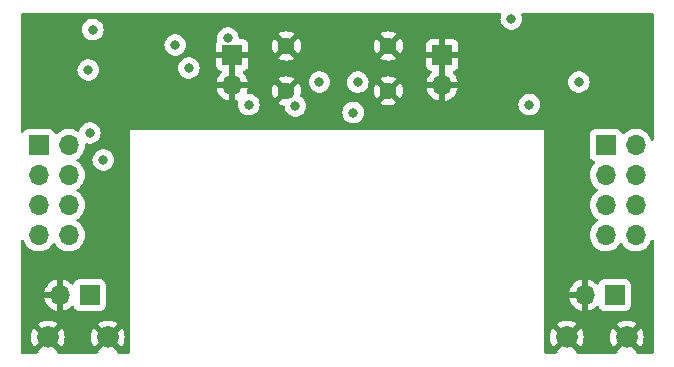
<source format=gbr>
%TF.GenerationSoftware,KiCad,Pcbnew,7.0.6-0*%
%TF.CreationDate,2023-07-20T20:41:53-06:00*%
%TF.ProjectId,Breadboard Power Supply,42726561-6462-46f6-9172-6420506f7765,v10*%
%TF.SameCoordinates,Original*%
%TF.FileFunction,Copper,L3,Inr*%
%TF.FilePolarity,Positive*%
%FSLAX46Y46*%
G04 Gerber Fmt 4.6, Leading zero omitted, Abs format (unit mm)*
G04 Created by KiCad (PCBNEW 7.0.6-0) date 2023-07-20 20:41:53*
%MOMM*%
%LPD*%
G01*
G04 APERTURE LIST*
%TA.AperFunction,ComponentPad*%
%ADD10R,1.700000X1.700000*%
%TD*%
%TA.AperFunction,ComponentPad*%
%ADD11O,1.700000X1.700000*%
%TD*%
%TA.AperFunction,ComponentPad*%
%ADD12C,1.450000*%
%TD*%
%TA.AperFunction,ComponentPad*%
%ADD13C,1.830000*%
%TD*%
%TA.AperFunction,ViaPad*%
%ADD14C,0.800000*%
%TD*%
G04 APERTURE END LIST*
D10*
%TO.N,+1V8*%
%TO.C,J4*%
X151003000Y-86360000D03*
D11*
%TO.N,/TOP_POWER_RAIL*%
X153543000Y-86360000D03*
%TO.N,+3.3V*%
X151003000Y-88900000D03*
%TO.N,/TOP_POWER_RAIL*%
X153543000Y-88900000D03*
%TO.N,+5V*%
X151003000Y-91440000D03*
%TO.N,/TOP_POWER_RAIL*%
X153543000Y-91440000D03*
%TO.N,VCC*%
X151003000Y-93980000D03*
%TO.N,/TOP_POWER_RAIL*%
X153543000Y-93980000D03*
%TD*%
D12*
%TO.N,GND*%
%TO.C,J1*%
X132592000Y-77974000D03*
X123952000Y-77974000D03*
X132592000Y-81774000D03*
X123952000Y-81774000D03*
%TD*%
D10*
%TO.N,/BOTTOM_POWER_RAIL*%
%TO.C,J5*%
X102997000Y-86360000D03*
D11*
%TO.N,+1V8*%
X105537000Y-86360000D03*
%TO.N,/BOTTOM_POWER_RAIL*%
X102997000Y-88900000D03*
%TO.N,+3.3V*%
X105537000Y-88900000D03*
%TO.N,/BOTTOM_POWER_RAIL*%
X102997000Y-91440000D03*
%TO.N,+5V*%
X105537000Y-91440000D03*
%TO.N,/BOTTOM_POWER_RAIL*%
X102997000Y-93980000D03*
%TO.N,VCC*%
X105537000Y-93980000D03*
%TD*%
D13*
%TO.N,GND*%
%TO.C,TP1*%
X103759000Y-102638000D03*
X108839000Y-102638000D03*
%TD*%
%TO.N,GND*%
%TO.C,TP4*%
X147701000Y-102638000D03*
X152781000Y-102638000D03*
%TD*%
D10*
%TO.N,GND*%
%TO.C,J10*%
X119380000Y-78740000D03*
D11*
X119380000Y-81280000D03*
%TD*%
D10*
%TO.N,/TOP_POWER_RAIL*%
%TO.C,J8*%
X151765000Y-99060000D03*
D11*
%TO.N,GND*%
X149225000Y-99060000D03*
%TD*%
D10*
%TO.N,GND*%
%TO.C,J11*%
X137160000Y-78740000D03*
D11*
X137160000Y-81280000D03*
%TD*%
D10*
%TO.N,/BOTTOM_POWER_RAIL*%
%TO.C,J9*%
X107315000Y-99060000D03*
D11*
%TO.N,GND*%
X104775000Y-99060000D03*
%TD*%
D14*
%TO.N,GND*%
X121539000Y-80899000D03*
X145542000Y-77701500D03*
X105537000Y-81915000D03*
X142367000Y-82296000D03*
X145415000Y-81130500D03*
X101981000Y-81407000D03*
X116840000Y-75645462D03*
X134493000Y-77724000D03*
X110045500Y-82867500D03*
%TO.N,+1V8*%
X143002000Y-75692000D03*
%TO.N,+5V*%
X118999000Y-77290498D03*
X107315000Y-85344000D03*
X148717000Y-81026000D03*
X124714000Y-83058000D03*
X107188000Y-80010000D03*
X144526000Y-82931000D03*
X130001171Y-81039428D03*
X107569000Y-76581000D03*
X126752000Y-81026000D03*
%TO.N,VCC*%
X120777000Y-82931000D03*
X108458000Y-87630000D03*
%TO.N,Net-(R10-Pad2)*%
X114551498Y-77892500D03*
X115697000Y-79841500D03*
%TO.N,Net-(U3-ADJ)*%
X129619502Y-83607500D03*
%TD*%
%TA.AperFunction,Conductor*%
%TO.N,GND*%
G36*
X119630000Y-80844498D02*
G01*
X119522315Y-80795320D01*
X119415763Y-80780000D01*
X119344237Y-80780000D01*
X119237685Y-80795320D01*
X119130000Y-80844498D01*
X119130000Y-79175501D01*
X119237685Y-79224680D01*
X119344237Y-79240000D01*
X119415763Y-79240000D01*
X119522315Y-79224680D01*
X119630000Y-79175501D01*
X119630000Y-80844498D01*
G37*
%TD.AperFunction*%
%TA.AperFunction,Conductor*%
G36*
X137410000Y-80844498D02*
G01*
X137302315Y-80795320D01*
X137195763Y-80780000D01*
X137124237Y-80780000D01*
X137017685Y-80795320D01*
X136910000Y-80844498D01*
X136910000Y-79175501D01*
X137017685Y-79224680D01*
X137124237Y-79240000D01*
X137195763Y-79240000D01*
X137302315Y-79224680D01*
X137410000Y-79175501D01*
X137410000Y-80844498D01*
G37*
%TD.AperFunction*%
%TA.AperFunction,Conductor*%
G36*
X142108011Y-75204185D02*
G01*
X142153766Y-75256989D01*
X142163710Y-75326147D01*
X142158903Y-75346818D01*
X142108458Y-75502072D01*
X142091560Y-75662843D01*
X142090546Y-75672500D01*
X142088496Y-75692000D01*
X142108458Y-75881928D01*
X142108459Y-75881931D01*
X142167470Y-76063549D01*
X142167473Y-76063556D01*
X142262960Y-76228944D01*
X142390747Y-76370866D01*
X142545248Y-76483118D01*
X142719712Y-76560794D01*
X142906513Y-76600500D01*
X143097487Y-76600500D01*
X143284288Y-76560794D01*
X143458752Y-76483118D01*
X143613253Y-76370866D01*
X143741040Y-76228944D01*
X143836527Y-76063556D01*
X143895542Y-75881928D01*
X143915504Y-75692000D01*
X143895542Y-75502072D01*
X143845097Y-75346818D01*
X143843102Y-75276977D01*
X143879182Y-75217144D01*
X143941883Y-75186316D01*
X143963028Y-75184500D01*
X154942500Y-75184500D01*
X155009539Y-75204185D01*
X155055294Y-75256989D01*
X155066500Y-75308500D01*
X155066500Y-85859932D01*
X155046815Y-85926971D01*
X154994011Y-85972726D01*
X154924853Y-85982670D01*
X154861297Y-85953645D01*
X154828944Y-85909742D01*
X154741859Y-85711207D01*
X154680291Y-85616970D01*
X154618722Y-85522732D01*
X154618719Y-85522729D01*
X154618715Y-85522723D01*
X154466243Y-85357097D01*
X154466238Y-85357092D01*
X154288577Y-85218812D01*
X154288572Y-85218808D01*
X154090580Y-85111661D01*
X154090577Y-85111659D01*
X154090574Y-85111658D01*
X154090571Y-85111657D01*
X154090569Y-85111656D01*
X153877637Y-85038556D01*
X153655569Y-85001500D01*
X153430431Y-85001500D01*
X153208362Y-85038556D01*
X152995430Y-85111656D01*
X152995419Y-85111661D01*
X152797427Y-85218808D01*
X152797422Y-85218812D01*
X152619761Y-85357092D01*
X152556548Y-85425760D01*
X152496661Y-85461750D01*
X152426823Y-85459649D01*
X152369207Y-85420124D01*
X152349138Y-85385110D01*
X152303889Y-85263796D01*
X152270214Y-85218812D01*
X152216261Y-85146739D01*
X152099204Y-85059111D01*
X152099204Y-85059110D01*
X151962203Y-85008011D01*
X151901654Y-85001500D01*
X151901638Y-85001500D01*
X150104362Y-85001500D01*
X150104345Y-85001500D01*
X150043797Y-85008011D01*
X150043795Y-85008011D01*
X149906795Y-85059111D01*
X149789739Y-85146739D01*
X149702111Y-85263795D01*
X149651011Y-85400795D01*
X149651011Y-85400797D01*
X149644500Y-85461345D01*
X149644500Y-87258654D01*
X149651011Y-87319202D01*
X149651011Y-87319204D01*
X149696094Y-87440072D01*
X149702111Y-87456204D01*
X149789739Y-87573261D01*
X149906796Y-87660889D01*
X149958737Y-87680262D01*
X150024595Y-87704827D01*
X150080528Y-87746699D01*
X150104944Y-87812163D01*
X150090092Y-87880436D01*
X150072490Y-87904991D01*
X149927279Y-88062730D01*
X149927276Y-88062734D01*
X149804140Y-88251207D01*
X149713703Y-88457385D01*
X149658436Y-88675628D01*
X149658434Y-88675640D01*
X149639844Y-88899994D01*
X149639844Y-88900005D01*
X149658434Y-89124359D01*
X149658436Y-89124371D01*
X149713703Y-89342614D01*
X149804140Y-89548792D01*
X149927276Y-89737265D01*
X149927284Y-89737276D01*
X150079756Y-89902902D01*
X150079760Y-89902906D01*
X150257424Y-90041189D01*
X150257429Y-90041191D01*
X150257431Y-90041193D01*
X150293930Y-90060946D01*
X150343520Y-90110165D01*
X150358628Y-90178382D01*
X150334457Y-90243937D01*
X150293930Y-90279054D01*
X150257431Y-90298806D01*
X150257422Y-90298812D01*
X150079761Y-90437092D01*
X150079756Y-90437097D01*
X149927284Y-90602723D01*
X149927276Y-90602734D01*
X149804140Y-90791207D01*
X149713703Y-90997385D01*
X149658436Y-91215628D01*
X149658434Y-91215640D01*
X149639844Y-91439994D01*
X149639844Y-91440005D01*
X149658434Y-91664359D01*
X149658436Y-91664371D01*
X149713703Y-91882614D01*
X149804140Y-92088792D01*
X149927276Y-92277265D01*
X149927284Y-92277276D01*
X150079756Y-92442902D01*
X150079760Y-92442906D01*
X150257424Y-92581189D01*
X150293930Y-92600945D01*
X150343519Y-92650162D01*
X150358629Y-92718378D01*
X150334459Y-92783934D01*
X150293932Y-92819052D01*
X150257432Y-92838805D01*
X150257422Y-92838812D01*
X150079761Y-92977092D01*
X150079756Y-92977097D01*
X149927284Y-93142723D01*
X149927276Y-93142734D01*
X149804140Y-93331207D01*
X149713703Y-93537385D01*
X149658436Y-93755628D01*
X149658434Y-93755640D01*
X149639844Y-93979994D01*
X149639844Y-93980005D01*
X149658434Y-94204359D01*
X149658436Y-94204371D01*
X149713703Y-94422614D01*
X149804140Y-94628792D01*
X149927276Y-94817265D01*
X149927284Y-94817276D01*
X150079756Y-94982902D01*
X150079760Y-94982906D01*
X150257424Y-95121189D01*
X150257425Y-95121189D01*
X150257427Y-95121191D01*
X150384135Y-95189761D01*
X150455426Y-95228342D01*
X150668365Y-95301444D01*
X150890431Y-95338500D01*
X151115569Y-95338500D01*
X151337635Y-95301444D01*
X151550574Y-95228342D01*
X151748576Y-95121189D01*
X151926240Y-94982906D01*
X152078722Y-94817268D01*
X152169193Y-94678790D01*
X152222338Y-94633437D01*
X152291569Y-94624013D01*
X152354905Y-94653515D01*
X152376804Y-94678787D01*
X152467278Y-94817268D01*
X152467283Y-94817273D01*
X152467284Y-94817276D01*
X152619756Y-94982902D01*
X152619760Y-94982906D01*
X152797424Y-95121189D01*
X152797425Y-95121189D01*
X152797427Y-95121191D01*
X152924135Y-95189761D01*
X152995426Y-95228342D01*
X153208365Y-95301444D01*
X153430431Y-95338500D01*
X153655569Y-95338500D01*
X153877635Y-95301444D01*
X154090574Y-95228342D01*
X154288576Y-95121189D01*
X154466240Y-94982906D01*
X154618722Y-94817268D01*
X154741860Y-94628791D01*
X154828944Y-94430256D01*
X154873900Y-94376771D01*
X154940635Y-94356081D01*
X155007963Y-94374755D01*
X155054507Y-94426865D01*
X155066500Y-94480067D01*
X155066500Y-103888500D01*
X155046815Y-103955539D01*
X154994011Y-104001294D01*
X154942500Y-104012500D01*
X153680002Y-104012500D01*
X153612963Y-103992815D01*
X153567208Y-103940011D01*
X153557264Y-103870853D01*
X153586289Y-103807297D01*
X153590336Y-103803457D01*
X153590486Y-103801039D01*
X152997714Y-103208267D01*
X153077205Y-103176795D01*
X153201892Y-103086205D01*
X153300133Y-102967452D01*
X153352570Y-102856016D01*
X153943023Y-103446471D01*
X154029718Y-103313777D01*
X154029723Y-103313769D01*
X154123918Y-103099025D01*
X154181485Y-102871696D01*
X154200850Y-102638005D01*
X154200850Y-102637994D01*
X154181485Y-102404303D01*
X154123918Y-102176974D01*
X154029723Y-101962230D01*
X154029718Y-101962222D01*
X153943023Y-101829527D01*
X153351802Y-102420748D01*
X153337331Y-102376210D01*
X153254749Y-102246081D01*
X153142399Y-102140578D01*
X153007341Y-102066329D01*
X153000797Y-102064648D01*
X153590487Y-101474959D01*
X153590486Y-101474958D01*
X153557585Y-101449350D01*
X153351348Y-101337739D01*
X153351339Y-101337736D01*
X153129555Y-101261597D01*
X152898250Y-101223000D01*
X152663750Y-101223000D01*
X152432444Y-101261597D01*
X152210660Y-101337736D01*
X152210651Y-101337739D01*
X152004413Y-101449350D01*
X152004407Y-101449354D01*
X151971512Y-101474957D01*
X151971512Y-101474959D01*
X152564286Y-102067732D01*
X152484795Y-102099205D01*
X152360108Y-102189795D01*
X152261867Y-102308548D01*
X152209430Y-102419981D01*
X151618975Y-101829527D01*
X151532277Y-101962229D01*
X151438081Y-102176974D01*
X151380514Y-102404303D01*
X151361150Y-102637994D01*
X151361150Y-102638005D01*
X151380514Y-102871696D01*
X151438081Y-103099025D01*
X151532279Y-103313775D01*
X151618975Y-103446471D01*
X152210196Y-102855249D01*
X152224669Y-102899790D01*
X152307251Y-103029919D01*
X152419601Y-103135422D01*
X152554659Y-103209671D01*
X152561201Y-103211350D01*
X151971511Y-103801039D01*
X151972066Y-103809970D01*
X151998973Y-103847358D01*
X152002646Y-103917131D01*
X151968015Y-103977814D01*
X151906073Y-104010140D01*
X151881997Y-104012500D01*
X148600002Y-104012500D01*
X148532963Y-103992815D01*
X148487208Y-103940011D01*
X148477264Y-103870853D01*
X148506289Y-103807297D01*
X148510336Y-103803457D01*
X148510486Y-103801039D01*
X147917714Y-103208267D01*
X147997205Y-103176795D01*
X148121892Y-103086205D01*
X148220133Y-102967452D01*
X148272570Y-102856016D01*
X148863023Y-103446471D01*
X148949718Y-103313777D01*
X148949723Y-103313769D01*
X149043918Y-103099025D01*
X149101485Y-102871696D01*
X149120850Y-102638005D01*
X149120850Y-102637994D01*
X149101485Y-102404303D01*
X149043918Y-102176974D01*
X148949723Y-101962230D01*
X148949718Y-101962222D01*
X148863023Y-101829527D01*
X148271802Y-102420748D01*
X148257331Y-102376210D01*
X148174749Y-102246081D01*
X148062399Y-102140578D01*
X147927341Y-102066329D01*
X147920797Y-102064648D01*
X148510487Y-101474959D01*
X148510486Y-101474958D01*
X148477585Y-101449350D01*
X148271348Y-101337739D01*
X148271339Y-101337736D01*
X148049555Y-101261597D01*
X147818250Y-101223000D01*
X147583750Y-101223000D01*
X147352444Y-101261597D01*
X147130660Y-101337736D01*
X147130651Y-101337739D01*
X146924413Y-101449350D01*
X146924407Y-101449354D01*
X146891512Y-101474957D01*
X146891512Y-101474959D01*
X147484286Y-102067732D01*
X147404795Y-102099205D01*
X147280108Y-102189795D01*
X147181867Y-102308548D01*
X147129430Y-102419981D01*
X146538975Y-101829527D01*
X146452277Y-101962229D01*
X146358081Y-102176974D01*
X146300514Y-102404303D01*
X146281150Y-102637994D01*
X146281150Y-102638005D01*
X146300514Y-102871696D01*
X146358081Y-103099025D01*
X146452279Y-103313775D01*
X146538975Y-103446471D01*
X147130197Y-102855249D01*
X147144669Y-102899790D01*
X147227251Y-103029919D01*
X147339601Y-103135422D01*
X147474659Y-103209671D01*
X147481201Y-103211350D01*
X146891511Y-103801039D01*
X146892066Y-103809970D01*
X146918973Y-103847358D01*
X146922646Y-103917131D01*
X146888015Y-103977814D01*
X146826073Y-104010140D01*
X146801997Y-104012500D01*
X145920500Y-104012500D01*
X145853461Y-103992815D01*
X145807706Y-103940011D01*
X145796500Y-103888500D01*
X145796500Y-99310000D01*
X147894364Y-99310000D01*
X147951567Y-99523486D01*
X147951570Y-99523492D01*
X148051399Y-99737578D01*
X148186894Y-99931082D01*
X148353917Y-100098105D01*
X148547421Y-100233600D01*
X148761507Y-100333429D01*
X148761516Y-100333433D01*
X148975000Y-100390634D01*
X148975000Y-99495501D01*
X149082685Y-99544680D01*
X149189237Y-99560000D01*
X149260763Y-99560000D01*
X149367315Y-99544680D01*
X149475000Y-99495501D01*
X149475000Y-100390633D01*
X149688483Y-100333433D01*
X149688492Y-100333429D01*
X149902578Y-100233600D01*
X150096078Y-100098108D01*
X150211914Y-99982272D01*
X150273237Y-99948787D01*
X150342929Y-99953771D01*
X150398863Y-99995642D01*
X150415777Y-100026619D01*
X150464110Y-100156203D01*
X150464111Y-100156204D01*
X150551739Y-100273261D01*
X150668796Y-100360889D01*
X150805799Y-100411989D01*
X150833050Y-100414918D01*
X150866345Y-100418499D01*
X150866362Y-100418500D01*
X152663638Y-100418500D01*
X152663654Y-100418499D01*
X152690692Y-100415591D01*
X152724201Y-100411989D01*
X152861204Y-100360889D01*
X152978261Y-100273261D01*
X153065889Y-100156204D01*
X153116989Y-100019201D01*
X153120959Y-99982272D01*
X153123499Y-99958654D01*
X153123500Y-99958637D01*
X153123500Y-98161362D01*
X153123499Y-98161345D01*
X153120157Y-98130270D01*
X153116989Y-98100799D01*
X153114222Y-98093381D01*
X153087559Y-98021894D01*
X153065889Y-97963796D01*
X152978261Y-97846739D01*
X152861204Y-97759111D01*
X152861204Y-97759110D01*
X152724203Y-97708011D01*
X152663654Y-97701500D01*
X152663638Y-97701500D01*
X150866362Y-97701500D01*
X150866345Y-97701500D01*
X150805797Y-97708011D01*
X150805795Y-97708011D01*
X150668795Y-97759111D01*
X150551739Y-97846739D01*
X150464111Y-97963795D01*
X150415777Y-98093381D01*
X150373905Y-98149314D01*
X150308441Y-98173730D01*
X150240168Y-98158878D01*
X150211915Y-98137727D01*
X150096082Y-98021894D01*
X149902578Y-97886399D01*
X149688492Y-97786570D01*
X149688486Y-97786567D01*
X149475000Y-97729364D01*
X149475000Y-98624498D01*
X149367315Y-98575320D01*
X149260763Y-98560000D01*
X149189237Y-98560000D01*
X149082685Y-98575320D01*
X148975000Y-98624498D01*
X148975000Y-97729364D01*
X148974999Y-97729364D01*
X148761513Y-97786567D01*
X148761507Y-97786570D01*
X148547422Y-97886399D01*
X148547420Y-97886400D01*
X148353926Y-98021886D01*
X148353920Y-98021891D01*
X148186891Y-98188920D01*
X148186886Y-98188926D01*
X148051400Y-98382420D01*
X148051399Y-98382422D01*
X147951570Y-98596507D01*
X147951567Y-98596513D01*
X147894364Y-98809999D01*
X147894364Y-98810000D01*
X148791314Y-98810000D01*
X148765507Y-98850156D01*
X148725000Y-98988111D01*
X148725000Y-99131889D01*
X148765507Y-99269844D01*
X148791314Y-99310000D01*
X147894364Y-99310000D01*
X145796500Y-99310000D01*
X145796500Y-85114759D01*
X145796528Y-85114616D01*
X145796524Y-85114616D01*
X145796539Y-85090002D01*
X145796541Y-85090000D01*
X145796462Y-85089808D01*
X145796384Y-85089618D01*
X145796382Y-85089616D01*
X145796099Y-85089500D01*
X145796000Y-85089459D01*
X145771446Y-85089459D01*
X145771240Y-85089500D01*
X110768760Y-85089500D01*
X110768554Y-85089459D01*
X110744000Y-85089459D01*
X110743901Y-85089500D01*
X110743617Y-85089616D01*
X110743615Y-85089618D01*
X110743459Y-85089999D01*
X110743476Y-85114616D01*
X110743471Y-85114616D01*
X110743500Y-85114759D01*
X110743500Y-103888500D01*
X110723815Y-103955539D01*
X110671011Y-104001294D01*
X110619500Y-104012500D01*
X109738002Y-104012500D01*
X109670963Y-103992815D01*
X109625208Y-103940011D01*
X109615264Y-103870853D01*
X109644289Y-103807297D01*
X109648336Y-103803457D01*
X109648486Y-103801039D01*
X109055714Y-103208267D01*
X109135205Y-103176795D01*
X109259892Y-103086205D01*
X109358133Y-102967452D01*
X109410570Y-102856017D01*
X110001023Y-103446471D01*
X110087718Y-103313777D01*
X110087723Y-103313769D01*
X110181918Y-103099025D01*
X110239485Y-102871696D01*
X110258850Y-102638005D01*
X110258850Y-102637994D01*
X110239485Y-102404303D01*
X110181918Y-102176974D01*
X110087723Y-101962230D01*
X110087718Y-101962222D01*
X110001023Y-101829527D01*
X109409802Y-102420747D01*
X109395331Y-102376210D01*
X109312749Y-102246081D01*
X109200399Y-102140578D01*
X109065341Y-102066329D01*
X109058798Y-102064649D01*
X109648487Y-101474959D01*
X109648487Y-101474958D01*
X109615585Y-101449350D01*
X109409348Y-101337739D01*
X109409339Y-101337736D01*
X109187555Y-101261597D01*
X108956250Y-101223000D01*
X108721750Y-101223000D01*
X108490444Y-101261597D01*
X108268660Y-101337736D01*
X108268651Y-101337739D01*
X108062413Y-101449350D01*
X108062407Y-101449354D01*
X108029512Y-101474957D01*
X108029512Y-101474959D01*
X108622285Y-102067732D01*
X108542795Y-102099205D01*
X108418108Y-102189795D01*
X108319867Y-102308548D01*
X108267430Y-102419982D01*
X107676975Y-101829527D01*
X107590277Y-101962229D01*
X107496081Y-102176974D01*
X107438514Y-102404303D01*
X107419150Y-102637994D01*
X107419150Y-102638005D01*
X107438514Y-102871696D01*
X107496081Y-103099025D01*
X107590279Y-103313775D01*
X107676975Y-103446471D01*
X108268197Y-102855249D01*
X108282669Y-102899790D01*
X108365251Y-103029919D01*
X108477601Y-103135422D01*
X108612659Y-103209671D01*
X108619201Y-103211350D01*
X108029511Y-103801039D01*
X108030066Y-103809970D01*
X108056973Y-103847358D01*
X108060646Y-103917131D01*
X108026015Y-103977814D01*
X107964073Y-104010140D01*
X107939997Y-104012500D01*
X104658002Y-104012500D01*
X104590963Y-103992815D01*
X104545208Y-103940011D01*
X104535264Y-103870853D01*
X104564289Y-103807297D01*
X104568336Y-103803457D01*
X104568486Y-103801039D01*
X103975714Y-103208267D01*
X104055205Y-103176795D01*
X104179892Y-103086205D01*
X104278133Y-102967452D01*
X104330570Y-102856016D01*
X104921023Y-103446471D01*
X105007718Y-103313777D01*
X105007723Y-103313769D01*
X105101918Y-103099025D01*
X105159485Y-102871696D01*
X105178850Y-102638005D01*
X105178850Y-102637994D01*
X105159485Y-102404303D01*
X105101918Y-102176974D01*
X105007723Y-101962230D01*
X105007718Y-101962222D01*
X104921023Y-101829527D01*
X104329802Y-102420748D01*
X104315331Y-102376210D01*
X104232749Y-102246081D01*
X104120399Y-102140578D01*
X103985341Y-102066329D01*
X103978798Y-102064649D01*
X104568487Y-101474959D01*
X104568487Y-101474958D01*
X104535585Y-101449350D01*
X104329348Y-101337739D01*
X104329339Y-101337736D01*
X104107555Y-101261597D01*
X103876250Y-101223000D01*
X103641750Y-101223000D01*
X103410444Y-101261597D01*
X103188660Y-101337736D01*
X103188651Y-101337739D01*
X102982413Y-101449350D01*
X102982407Y-101449354D01*
X102949512Y-101474957D01*
X102949512Y-101474959D01*
X103542285Y-102067732D01*
X103462795Y-102099205D01*
X103338108Y-102189795D01*
X103239867Y-102308548D01*
X103187430Y-102419982D01*
X102596975Y-101829527D01*
X102510277Y-101962229D01*
X102416081Y-102176974D01*
X102358514Y-102404303D01*
X102339150Y-102637994D01*
X102339150Y-102638005D01*
X102358514Y-102871696D01*
X102416081Y-103099025D01*
X102510279Y-103313775D01*
X102596975Y-103446471D01*
X103188197Y-102855249D01*
X103202669Y-102899790D01*
X103285251Y-103029919D01*
X103397601Y-103135422D01*
X103532659Y-103209671D01*
X103539201Y-103211350D01*
X102949511Y-103801039D01*
X102950066Y-103809970D01*
X102976973Y-103847358D01*
X102980646Y-103917131D01*
X102946015Y-103977814D01*
X102884073Y-104010140D01*
X102859997Y-104012500D01*
X101597500Y-104012500D01*
X101530461Y-103992815D01*
X101484706Y-103940011D01*
X101473500Y-103888500D01*
X101473500Y-99310000D01*
X103444364Y-99310000D01*
X103501567Y-99523486D01*
X103501570Y-99523492D01*
X103601399Y-99737578D01*
X103736894Y-99931082D01*
X103903917Y-100098105D01*
X104097421Y-100233600D01*
X104311507Y-100333429D01*
X104311516Y-100333433D01*
X104525000Y-100390634D01*
X104525000Y-99495501D01*
X104632685Y-99544680D01*
X104739237Y-99560000D01*
X104810763Y-99560000D01*
X104917315Y-99544680D01*
X105025000Y-99495501D01*
X105025000Y-100390633D01*
X105238483Y-100333433D01*
X105238492Y-100333429D01*
X105452578Y-100233600D01*
X105646078Y-100098108D01*
X105761914Y-99982272D01*
X105823237Y-99948787D01*
X105892929Y-99953771D01*
X105948863Y-99995642D01*
X105965777Y-100026619D01*
X106014110Y-100156203D01*
X106014111Y-100156204D01*
X106101739Y-100273261D01*
X106218796Y-100360889D01*
X106355799Y-100411989D01*
X106383050Y-100414918D01*
X106416345Y-100418499D01*
X106416362Y-100418500D01*
X108213638Y-100418500D01*
X108213654Y-100418499D01*
X108240692Y-100415591D01*
X108274201Y-100411989D01*
X108411204Y-100360889D01*
X108528261Y-100273261D01*
X108615889Y-100156204D01*
X108666989Y-100019201D01*
X108670959Y-99982272D01*
X108673499Y-99958654D01*
X108673500Y-99958637D01*
X108673500Y-98161362D01*
X108673499Y-98161345D01*
X108670157Y-98130270D01*
X108666989Y-98100799D01*
X108664222Y-98093381D01*
X108637559Y-98021894D01*
X108615889Y-97963796D01*
X108528261Y-97846739D01*
X108411204Y-97759111D01*
X108411204Y-97759110D01*
X108274203Y-97708011D01*
X108213654Y-97701500D01*
X108213638Y-97701500D01*
X106416362Y-97701500D01*
X106416345Y-97701500D01*
X106355797Y-97708011D01*
X106355795Y-97708011D01*
X106218795Y-97759111D01*
X106101739Y-97846739D01*
X106014111Y-97963795D01*
X105965777Y-98093381D01*
X105923905Y-98149314D01*
X105858441Y-98173730D01*
X105790168Y-98158878D01*
X105761915Y-98137727D01*
X105646082Y-98021894D01*
X105452578Y-97886399D01*
X105238492Y-97786570D01*
X105238486Y-97786567D01*
X105025000Y-97729364D01*
X105025000Y-98624498D01*
X104917315Y-98575320D01*
X104810763Y-98560000D01*
X104739237Y-98560000D01*
X104632685Y-98575320D01*
X104525000Y-98624498D01*
X104525000Y-97729364D01*
X104524999Y-97729364D01*
X104311513Y-97786567D01*
X104311507Y-97786570D01*
X104097422Y-97886399D01*
X104097420Y-97886400D01*
X103903926Y-98021886D01*
X103903920Y-98021891D01*
X103736891Y-98188920D01*
X103736886Y-98188926D01*
X103601400Y-98382420D01*
X103601399Y-98382422D01*
X103501570Y-98596507D01*
X103501567Y-98596513D01*
X103444364Y-98809999D01*
X103444364Y-98810000D01*
X104341314Y-98810000D01*
X104315507Y-98850156D01*
X104275000Y-98988111D01*
X104275000Y-99131889D01*
X104315507Y-99269844D01*
X104341314Y-99310000D01*
X103444364Y-99310000D01*
X101473500Y-99310000D01*
X101473500Y-94480067D01*
X101493185Y-94413028D01*
X101545989Y-94367273D01*
X101615147Y-94357329D01*
X101678703Y-94386354D01*
X101711056Y-94430257D01*
X101798140Y-94628792D01*
X101921276Y-94817265D01*
X101921284Y-94817276D01*
X102073756Y-94982902D01*
X102073760Y-94982906D01*
X102251424Y-95121189D01*
X102251425Y-95121189D01*
X102251427Y-95121191D01*
X102378135Y-95189761D01*
X102449426Y-95228342D01*
X102662365Y-95301444D01*
X102884431Y-95338500D01*
X103109569Y-95338500D01*
X103331635Y-95301444D01*
X103544574Y-95228342D01*
X103742576Y-95121189D01*
X103920240Y-94982906D01*
X104072722Y-94817268D01*
X104163193Y-94678790D01*
X104216338Y-94633437D01*
X104285569Y-94624013D01*
X104348905Y-94653515D01*
X104370804Y-94678787D01*
X104461278Y-94817268D01*
X104461283Y-94817273D01*
X104461284Y-94817276D01*
X104613756Y-94982902D01*
X104613760Y-94982906D01*
X104791424Y-95121189D01*
X104791425Y-95121189D01*
X104791427Y-95121191D01*
X104918135Y-95189761D01*
X104989426Y-95228342D01*
X105202365Y-95301444D01*
X105424431Y-95338500D01*
X105649569Y-95338500D01*
X105871635Y-95301444D01*
X106084574Y-95228342D01*
X106282576Y-95121189D01*
X106460240Y-94982906D01*
X106612722Y-94817268D01*
X106735860Y-94628791D01*
X106826296Y-94422616D01*
X106881564Y-94204368D01*
X106900156Y-93980000D01*
X106881564Y-93755632D01*
X106826296Y-93537384D01*
X106735860Y-93331209D01*
X106719706Y-93306484D01*
X106612723Y-93142734D01*
X106612715Y-93142723D01*
X106460243Y-92977097D01*
X106460238Y-92977092D01*
X106282577Y-92838812D01*
X106282572Y-92838808D01*
X106246068Y-92819053D01*
X106196478Y-92769833D01*
X106181371Y-92701616D01*
X106205542Y-92636061D01*
X106246069Y-92600945D01*
X106282576Y-92581189D01*
X106460240Y-92442906D01*
X106612722Y-92277268D01*
X106735860Y-92088791D01*
X106826296Y-91882616D01*
X106881564Y-91664368D01*
X106900156Y-91440000D01*
X106881564Y-91215632D01*
X106826296Y-90997384D01*
X106735860Y-90791209D01*
X106719706Y-90766484D01*
X106612723Y-90602734D01*
X106612715Y-90602723D01*
X106460243Y-90437097D01*
X106460238Y-90437092D01*
X106282577Y-90298812D01*
X106282578Y-90298812D01*
X106282576Y-90298811D01*
X106246070Y-90279055D01*
X106196479Y-90229836D01*
X106181371Y-90161619D01*
X106205541Y-90096064D01*
X106246070Y-90060945D01*
X106246084Y-90060936D01*
X106282576Y-90041189D01*
X106460240Y-89902906D01*
X106612722Y-89737268D01*
X106735860Y-89548791D01*
X106826296Y-89342616D01*
X106881564Y-89124368D01*
X106900156Y-88900000D01*
X106881564Y-88675632D01*
X106826296Y-88457384D01*
X106735860Y-88251209D01*
X106719706Y-88226484D01*
X106612723Y-88062734D01*
X106612715Y-88062723D01*
X106460243Y-87897097D01*
X106460238Y-87897092D01*
X106282577Y-87758812D01*
X106282578Y-87758812D01*
X106282576Y-87758811D01*
X106246070Y-87739055D01*
X106196479Y-87689836D01*
X106183227Y-87630000D01*
X107544496Y-87630000D01*
X107564458Y-87819928D01*
X107564459Y-87819931D01*
X107623470Y-88001549D01*
X107623473Y-88001556D01*
X107718960Y-88166944D01*
X107846747Y-88308866D01*
X108001248Y-88421118D01*
X108175712Y-88498794D01*
X108362513Y-88538500D01*
X108553487Y-88538500D01*
X108740288Y-88498794D01*
X108914752Y-88421118D01*
X109069253Y-88308866D01*
X109197040Y-88166944D01*
X109292527Y-88001556D01*
X109351542Y-87819928D01*
X109371504Y-87630000D01*
X109351542Y-87440072D01*
X109292527Y-87258444D01*
X109197040Y-87093056D01*
X109069253Y-86951134D01*
X108914752Y-86838882D01*
X108740288Y-86761206D01*
X108740286Y-86761205D01*
X108553487Y-86721500D01*
X108362513Y-86721500D01*
X108175714Y-86761205D01*
X108001246Y-86838883D01*
X107846745Y-86951135D01*
X107718959Y-87093057D01*
X107623473Y-87258443D01*
X107623470Y-87258450D01*
X107565236Y-87437678D01*
X107564458Y-87440072D01*
X107544496Y-87630000D01*
X106183227Y-87630000D01*
X106181371Y-87621619D01*
X106205541Y-87556064D01*
X106246070Y-87520945D01*
X106246084Y-87520936D01*
X106282576Y-87501189D01*
X106460240Y-87362906D01*
X106612722Y-87197268D01*
X106735860Y-87008791D01*
X106826296Y-86802616D01*
X106881564Y-86584368D01*
X106900156Y-86360000D01*
X106899135Y-86347680D01*
X106913214Y-86279245D01*
X106962058Y-86229284D01*
X107030159Y-86213662D01*
X107048489Y-86216147D01*
X107219513Y-86252500D01*
X107410487Y-86252500D01*
X107597288Y-86212794D01*
X107771752Y-86135118D01*
X107926253Y-86022866D01*
X108054040Y-85880944D01*
X108149527Y-85715556D01*
X108208542Y-85533928D01*
X108228504Y-85344000D01*
X108208542Y-85154072D01*
X108149527Y-84972444D01*
X108054040Y-84807056D01*
X107926253Y-84665134D01*
X107771752Y-84552882D01*
X107597288Y-84475206D01*
X107597286Y-84475205D01*
X107410487Y-84435500D01*
X107219513Y-84435500D01*
X107032714Y-84475205D01*
X106858246Y-84552883D01*
X106703745Y-84665135D01*
X106575959Y-84807057D01*
X106480473Y-84972443D01*
X106480471Y-84972447D01*
X106428807Y-85131452D01*
X106389369Y-85189127D01*
X106325010Y-85216325D01*
X106256164Y-85204410D01*
X106251885Y-85202202D01*
X106149398Y-85146739D01*
X106084575Y-85111658D01*
X106084569Y-85111656D01*
X105871637Y-85038556D01*
X105649569Y-85001500D01*
X105424431Y-85001500D01*
X105202362Y-85038556D01*
X104989430Y-85111656D01*
X104989419Y-85111661D01*
X104791427Y-85218808D01*
X104791422Y-85218812D01*
X104613761Y-85357092D01*
X104550548Y-85425760D01*
X104490661Y-85461750D01*
X104420823Y-85459649D01*
X104363207Y-85420124D01*
X104343138Y-85385110D01*
X104297889Y-85263796D01*
X104264214Y-85218812D01*
X104210261Y-85146739D01*
X104093204Y-85059111D01*
X104093204Y-85059110D01*
X103956203Y-85008011D01*
X103895654Y-85001500D01*
X103895638Y-85001500D01*
X102098362Y-85001500D01*
X102098345Y-85001500D01*
X102037797Y-85008011D01*
X102037795Y-85008011D01*
X101900795Y-85059111D01*
X101783739Y-85146739D01*
X101696767Y-85262919D01*
X101640833Y-85304790D01*
X101571141Y-85309774D01*
X101509818Y-85276289D01*
X101476334Y-85214965D01*
X101473500Y-85188608D01*
X101473500Y-80010000D01*
X106274496Y-80010000D01*
X106294458Y-80199928D01*
X106294459Y-80199931D01*
X106353470Y-80381549D01*
X106353473Y-80381556D01*
X106448960Y-80546944D01*
X106576747Y-80688866D01*
X106731248Y-80801118D01*
X106905712Y-80878794D01*
X107092513Y-80918500D01*
X107283487Y-80918500D01*
X107470288Y-80878794D01*
X107644752Y-80801118D01*
X107799253Y-80688866D01*
X107927040Y-80546944D01*
X108022527Y-80381556D01*
X108081542Y-80199928D01*
X108101504Y-80010000D01*
X108083794Y-79841500D01*
X114783496Y-79841500D01*
X114803458Y-80031428D01*
X114803459Y-80031431D01*
X114862470Y-80213049D01*
X114862473Y-80213056D01*
X114957960Y-80378444D01*
X115085747Y-80520366D01*
X115240248Y-80632618D01*
X115414712Y-80710294D01*
X115601513Y-80750000D01*
X115792487Y-80750000D01*
X115979288Y-80710294D01*
X116153752Y-80632618D01*
X116308253Y-80520366D01*
X116436040Y-80378444D01*
X116531527Y-80213056D01*
X116590542Y-80031428D01*
X116610504Y-79841500D01*
X116590542Y-79651572D01*
X116586081Y-79637844D01*
X118030000Y-79637844D01*
X118036401Y-79697372D01*
X118036403Y-79697379D01*
X118086645Y-79832086D01*
X118086649Y-79832093D01*
X118172809Y-79947187D01*
X118172812Y-79947190D01*
X118287906Y-80033350D01*
X118287913Y-80033354D01*
X118419986Y-80082614D01*
X118475920Y-80124485D01*
X118500337Y-80189949D01*
X118485486Y-80258222D01*
X118464335Y-80286477D01*
X118341886Y-80408926D01*
X118206400Y-80602420D01*
X118206399Y-80602422D01*
X118106570Y-80816507D01*
X118106567Y-80816513D01*
X118049364Y-81029999D01*
X118049364Y-81030000D01*
X118946314Y-81030000D01*
X118920507Y-81070156D01*
X118880000Y-81208111D01*
X118880000Y-81351889D01*
X118920507Y-81489844D01*
X118946314Y-81530000D01*
X118049364Y-81530000D01*
X118106567Y-81743486D01*
X118106570Y-81743492D01*
X118206399Y-81957578D01*
X118341894Y-82151082D01*
X118508917Y-82318105D01*
X118702421Y-82453600D01*
X118916507Y-82553429D01*
X118916516Y-82553433D01*
X119130000Y-82610634D01*
X119130000Y-81715501D01*
X119237685Y-81764680D01*
X119344237Y-81780000D01*
X119415763Y-81780000D01*
X119522315Y-81764680D01*
X119630000Y-81715501D01*
X119630000Y-82610633D01*
X119733454Y-82582914D01*
X119803303Y-82584577D01*
X119861166Y-82623739D01*
X119888670Y-82687968D01*
X119884112Y-82734562D01*
X119884810Y-82734711D01*
X119883490Y-82740918D01*
X119883484Y-82740988D01*
X119883460Y-82741059D01*
X119883459Y-82741065D01*
X119883459Y-82741068D01*
X119883458Y-82741072D01*
X119863496Y-82931000D01*
X119883458Y-83120928D01*
X119883459Y-83120931D01*
X119942470Y-83302549D01*
X119942473Y-83302556D01*
X120037960Y-83467944D01*
X120140290Y-83581594D01*
X120163616Y-83607500D01*
X120165747Y-83609866D01*
X120320248Y-83722118D01*
X120494712Y-83799794D01*
X120681513Y-83839500D01*
X120872487Y-83839500D01*
X121059288Y-83799794D01*
X121233752Y-83722118D01*
X121388253Y-83609866D01*
X121516040Y-83467944D01*
X121611527Y-83302556D01*
X121670542Y-83120928D01*
X121690504Y-82931000D01*
X121670542Y-82741072D01*
X121611527Y-82559444D01*
X121516040Y-82394056D01*
X121388253Y-82252134D01*
X121233752Y-82139882D01*
X121059288Y-82062206D01*
X121059286Y-82062205D01*
X120872487Y-82022500D01*
X120717968Y-82022500D01*
X120650929Y-82002815D01*
X120605174Y-81950011D01*
X120595230Y-81880853D01*
X120605586Y-81846096D01*
X120639204Y-81774000D01*
X122722321Y-81774000D01*
X122741002Y-81987527D01*
X122741004Y-81987537D01*
X122796477Y-82194567D01*
X122796481Y-82194576D01*
X122887067Y-82388839D01*
X122926825Y-82445620D01*
X123485035Y-81887409D01*
X123510887Y-81975450D01*
X123585510Y-82091566D01*
X123689824Y-82181954D01*
X123815378Y-82239293D01*
X123837131Y-82242420D01*
X123280378Y-82799173D01*
X123337160Y-82838933D01*
X123531423Y-82929518D01*
X123531432Y-82929522D01*
X123712078Y-82977925D01*
X123771738Y-83014290D01*
X123802268Y-83077136D01*
X123803306Y-83084738D01*
X123820458Y-83247928D01*
X123820459Y-83247931D01*
X123879470Y-83429549D01*
X123879473Y-83429556D01*
X123974960Y-83594944D01*
X124102747Y-83736866D01*
X124257248Y-83849118D01*
X124431712Y-83926794D01*
X124618513Y-83966500D01*
X124809487Y-83966500D01*
X124996288Y-83926794D01*
X125170752Y-83849118D01*
X125325253Y-83736866D01*
X125441735Y-83607500D01*
X128705998Y-83607500D01*
X128725960Y-83797428D01*
X128725961Y-83797431D01*
X128784972Y-83979049D01*
X128784975Y-83979056D01*
X128880462Y-84144444D01*
X129008249Y-84286366D01*
X129162750Y-84398618D01*
X129337214Y-84476294D01*
X129524015Y-84516000D01*
X129714989Y-84516000D01*
X129901790Y-84476294D01*
X130076254Y-84398618D01*
X130230755Y-84286366D01*
X130358542Y-84144444D01*
X130454029Y-83979056D01*
X130513044Y-83797428D01*
X130533006Y-83607500D01*
X130513044Y-83417572D01*
X130454029Y-83235944D01*
X130358542Y-83070556D01*
X130232885Y-82931000D01*
X130230756Y-82928635D01*
X130107293Y-82838933D01*
X130076254Y-82816382D01*
X129901790Y-82738706D01*
X129901788Y-82738705D01*
X129714989Y-82699000D01*
X129524015Y-82699000D01*
X129337216Y-82738705D01*
X129162748Y-82816383D01*
X129008247Y-82928635D01*
X128880461Y-83070557D01*
X128784975Y-83235943D01*
X128784972Y-83235950D01*
X128725961Y-83417568D01*
X128725960Y-83417572D01*
X128705998Y-83607500D01*
X125441735Y-83607500D01*
X125453040Y-83594944D01*
X125548527Y-83429556D01*
X125607542Y-83247928D01*
X125627504Y-83058000D01*
X125607542Y-82868072D01*
X125548527Y-82686444D01*
X125453040Y-82521056D01*
X125325253Y-82379134D01*
X125170752Y-82266882D01*
X125170750Y-82266881D01*
X125170552Y-82266737D01*
X125127887Y-82211407D01*
X125121908Y-82141793D01*
X125123663Y-82134325D01*
X125162996Y-81987533D01*
X125162997Y-81987527D01*
X125181679Y-81774000D01*
X125181679Y-81773999D01*
X125162997Y-81560472D01*
X125162995Y-81560462D01*
X125107522Y-81353432D01*
X125107518Y-81353423D01*
X125016933Y-81159162D01*
X124977173Y-81102378D01*
X124418963Y-81660588D01*
X124393113Y-81572550D01*
X124318490Y-81456434D01*
X124214176Y-81366046D01*
X124088622Y-81308707D01*
X124066867Y-81305579D01*
X124346445Y-81026000D01*
X125838496Y-81026000D01*
X125858458Y-81215928D01*
X125858459Y-81215931D01*
X125917470Y-81397549D01*
X125917473Y-81397556D01*
X126012960Y-81562944D01*
X126140747Y-81704866D01*
X126295248Y-81817118D01*
X126469712Y-81894794D01*
X126656513Y-81934500D01*
X126847487Y-81934500D01*
X127034288Y-81894794D01*
X127208752Y-81817118D01*
X127363253Y-81704866D01*
X127491040Y-81562944D01*
X127586527Y-81397556D01*
X127645542Y-81215928D01*
X127664093Y-81039428D01*
X129087667Y-81039428D01*
X129107629Y-81229356D01*
X129107630Y-81229359D01*
X129166641Y-81410977D01*
X129166644Y-81410984D01*
X129262131Y-81576372D01*
X129364461Y-81690021D01*
X129377825Y-81704864D01*
X129389918Y-81718294D01*
X129544419Y-81830546D01*
X129718883Y-81908222D01*
X129905684Y-81947928D01*
X130096658Y-81947928D01*
X130283459Y-81908222D01*
X130457923Y-81830546D01*
X130535752Y-81774000D01*
X131362321Y-81774000D01*
X131381002Y-81987527D01*
X131381004Y-81987537D01*
X131436477Y-82194567D01*
X131436481Y-82194576D01*
X131527067Y-82388839D01*
X131566825Y-82445620D01*
X132125035Y-81887409D01*
X132150887Y-81975450D01*
X132225510Y-82091566D01*
X132329824Y-82181954D01*
X132455378Y-82239293D01*
X132477131Y-82242420D01*
X131920378Y-82799173D01*
X131977160Y-82838933D01*
X132171423Y-82929518D01*
X132171432Y-82929522D01*
X132378462Y-82984995D01*
X132378472Y-82984997D01*
X132591999Y-83003679D01*
X132592001Y-83003679D01*
X132805527Y-82984997D01*
X132805537Y-82984995D01*
X133007051Y-82931000D01*
X143612496Y-82931000D01*
X143632458Y-83120928D01*
X143632459Y-83120931D01*
X143691470Y-83302549D01*
X143691473Y-83302556D01*
X143786960Y-83467944D01*
X143889290Y-83581594D01*
X143912616Y-83607500D01*
X143914747Y-83609866D01*
X144069248Y-83722118D01*
X144243712Y-83799794D01*
X144430513Y-83839500D01*
X144621487Y-83839500D01*
X144808288Y-83799794D01*
X144982752Y-83722118D01*
X145137253Y-83609866D01*
X145265040Y-83467944D01*
X145360527Y-83302556D01*
X145419542Y-83120928D01*
X145439504Y-82931000D01*
X145419542Y-82741072D01*
X145360527Y-82559444D01*
X145265040Y-82394056D01*
X145137253Y-82252134D01*
X144982752Y-82139882D01*
X144808288Y-82062206D01*
X144808286Y-82062205D01*
X144621487Y-82022500D01*
X144430513Y-82022500D01*
X144243714Y-82062205D01*
X144069246Y-82139883D01*
X143914745Y-82252135D01*
X143786959Y-82394057D01*
X143691473Y-82559443D01*
X143691470Y-82559450D01*
X143632508Y-82740918D01*
X143632458Y-82741072D01*
X143612496Y-82931000D01*
X133007051Y-82931000D01*
X133012567Y-82929522D01*
X133012581Y-82929517D01*
X133206835Y-82838935D01*
X133263620Y-82799173D01*
X132706868Y-82242420D01*
X132728622Y-82239293D01*
X132854176Y-82181954D01*
X132958490Y-82091566D01*
X133033113Y-81975450D01*
X133058964Y-81887410D01*
X133617173Y-82445619D01*
X133656935Y-82388835D01*
X133747517Y-82194581D01*
X133747522Y-82194567D01*
X133802995Y-81987537D01*
X133802997Y-81987527D01*
X133821679Y-81774000D01*
X133821679Y-81773999D01*
X133802997Y-81560472D01*
X133802995Y-81560462D01*
X133747522Y-81353432D01*
X133747518Y-81353423D01*
X133656933Y-81159162D01*
X133617173Y-81102378D01*
X133058963Y-81660587D01*
X133033113Y-81572550D01*
X132958490Y-81456434D01*
X132854176Y-81366046D01*
X132728622Y-81308707D01*
X132706867Y-81305579D01*
X133263620Y-80748825D01*
X133206839Y-80709067D01*
X133012576Y-80618481D01*
X133012567Y-80618477D01*
X132805537Y-80563004D01*
X132805527Y-80563002D01*
X132592001Y-80544321D01*
X132591999Y-80544321D01*
X132378472Y-80563002D01*
X132378462Y-80563004D01*
X132171432Y-80618477D01*
X132171423Y-80618481D01*
X131977158Y-80709068D01*
X131920378Y-80748824D01*
X132477133Y-81305579D01*
X132455378Y-81308707D01*
X132329824Y-81366046D01*
X132225510Y-81456434D01*
X132150887Y-81572550D01*
X132125036Y-81660588D01*
X131566825Y-81102378D01*
X131566824Y-81102378D01*
X131527068Y-81159158D01*
X131436481Y-81353423D01*
X131436477Y-81353432D01*
X131381004Y-81560462D01*
X131381002Y-81560472D01*
X131362321Y-81773999D01*
X131362321Y-81774000D01*
X130535752Y-81774000D01*
X130612424Y-81718294D01*
X130740211Y-81576372D01*
X130835698Y-81410984D01*
X130894713Y-81229356D01*
X130914675Y-81039428D01*
X130894713Y-80849500D01*
X130835698Y-80667872D01*
X130740211Y-80502484D01*
X130612424Y-80360562D01*
X130457923Y-80248310D01*
X130283459Y-80170634D01*
X130283457Y-80170633D01*
X130096658Y-80130928D01*
X129905684Y-80130928D01*
X129718885Y-80170633D01*
X129631651Y-80209472D01*
X129596429Y-80225154D01*
X129544417Y-80248311D01*
X129389916Y-80360563D01*
X129262130Y-80502485D01*
X129166644Y-80667871D01*
X129166641Y-80667878D01*
X129130211Y-80780000D01*
X129107629Y-80849500D01*
X129087667Y-81039428D01*
X127664093Y-81039428D01*
X127665504Y-81026000D01*
X127645542Y-80836072D01*
X127586527Y-80654444D01*
X127491040Y-80489056D01*
X127363253Y-80347134D01*
X127208752Y-80234882D01*
X127034288Y-80157206D01*
X127034286Y-80157205D01*
X126847487Y-80117500D01*
X126656513Y-80117500D01*
X126469714Y-80157205D01*
X126295246Y-80234883D01*
X126140745Y-80347135D01*
X126012959Y-80489057D01*
X125917473Y-80654443D01*
X125917470Y-80654450D01*
X125876677Y-80780000D01*
X125858458Y-80836072D01*
X125838496Y-81026000D01*
X124346445Y-81026000D01*
X124623620Y-80748825D01*
X124566839Y-80709067D01*
X124372576Y-80618481D01*
X124372567Y-80618477D01*
X124165537Y-80563004D01*
X124165527Y-80563002D01*
X123952001Y-80544321D01*
X123951999Y-80544321D01*
X123738472Y-80563002D01*
X123738462Y-80563004D01*
X123531432Y-80618477D01*
X123531423Y-80618481D01*
X123337158Y-80709068D01*
X123280378Y-80748824D01*
X123837133Y-81305579D01*
X123815378Y-81308707D01*
X123689824Y-81366046D01*
X123585510Y-81456434D01*
X123510887Y-81572550D01*
X123485035Y-81660589D01*
X122926824Y-81102378D01*
X122887068Y-81159158D01*
X122796481Y-81353423D01*
X122796477Y-81353432D01*
X122741004Y-81560462D01*
X122741002Y-81560472D01*
X122722321Y-81773999D01*
X122722321Y-81774000D01*
X120639204Y-81774000D01*
X120653428Y-81743497D01*
X120653432Y-81743486D01*
X120710636Y-81530000D01*
X119813686Y-81530000D01*
X119839493Y-81489844D01*
X119880000Y-81351889D01*
X119880000Y-81208111D01*
X119839493Y-81070156D01*
X119813686Y-81030000D01*
X120710636Y-81030000D01*
X120710635Y-81029999D01*
X120653432Y-80816513D01*
X120653429Y-80816507D01*
X120553600Y-80602422D01*
X120553599Y-80602420D01*
X120418113Y-80408926D01*
X120418108Y-80408920D01*
X120295665Y-80286477D01*
X120262180Y-80225154D01*
X120267164Y-80155462D01*
X120309036Y-80099529D01*
X120340013Y-80082614D01*
X120472086Y-80033354D01*
X120472093Y-80033350D01*
X120587187Y-79947190D01*
X120587190Y-79947187D01*
X120673350Y-79832093D01*
X120673354Y-79832086D01*
X120723596Y-79697379D01*
X120723598Y-79697372D01*
X120729999Y-79637844D01*
X135810000Y-79637844D01*
X135816401Y-79697372D01*
X135816403Y-79697379D01*
X135866645Y-79832086D01*
X135866649Y-79832093D01*
X135952809Y-79947187D01*
X135952812Y-79947190D01*
X136067906Y-80033350D01*
X136067913Y-80033354D01*
X136199986Y-80082614D01*
X136255920Y-80124485D01*
X136280337Y-80189949D01*
X136265486Y-80258222D01*
X136244335Y-80286477D01*
X136121886Y-80408926D01*
X135986400Y-80602420D01*
X135986399Y-80602422D01*
X135886570Y-80816507D01*
X135886567Y-80816513D01*
X135829364Y-81029999D01*
X135829364Y-81030000D01*
X136726314Y-81030000D01*
X136700507Y-81070156D01*
X136660000Y-81208111D01*
X136660000Y-81351889D01*
X136700507Y-81489844D01*
X136726314Y-81530000D01*
X135829364Y-81530000D01*
X135886567Y-81743486D01*
X135886570Y-81743492D01*
X135986399Y-81957578D01*
X136121894Y-82151082D01*
X136288917Y-82318105D01*
X136482421Y-82453600D01*
X136696507Y-82553429D01*
X136696516Y-82553433D01*
X136910000Y-82610634D01*
X136910000Y-81715501D01*
X137017685Y-81764680D01*
X137124237Y-81780000D01*
X137195763Y-81780000D01*
X137302315Y-81764680D01*
X137410000Y-81715501D01*
X137410000Y-82610633D01*
X137623483Y-82553433D01*
X137623492Y-82553429D01*
X137837578Y-82453600D01*
X138031082Y-82318105D01*
X138198105Y-82151082D01*
X138333600Y-81957578D01*
X138433429Y-81743492D01*
X138433432Y-81743486D01*
X138490636Y-81530000D01*
X137593686Y-81530000D01*
X137619493Y-81489844D01*
X137660000Y-81351889D01*
X137660000Y-81208111D01*
X137619493Y-81070156D01*
X137593686Y-81030000D01*
X138490636Y-81030000D01*
X138490635Y-81029999D01*
X138489563Y-81026000D01*
X147803496Y-81026000D01*
X147823458Y-81215928D01*
X147823459Y-81215931D01*
X147882470Y-81397549D01*
X147882473Y-81397556D01*
X147977960Y-81562944D01*
X148105747Y-81704866D01*
X148260248Y-81817118D01*
X148434712Y-81894794D01*
X148621513Y-81934500D01*
X148812487Y-81934500D01*
X148999288Y-81894794D01*
X149173752Y-81817118D01*
X149328253Y-81704866D01*
X149456040Y-81562944D01*
X149551527Y-81397556D01*
X149610542Y-81215928D01*
X149630504Y-81026000D01*
X149610542Y-80836072D01*
X149551527Y-80654444D01*
X149456040Y-80489056D01*
X149328253Y-80347134D01*
X149173752Y-80234882D01*
X148999288Y-80157206D01*
X148999286Y-80157205D01*
X148812487Y-80117500D01*
X148621513Y-80117500D01*
X148434714Y-80157205D01*
X148260246Y-80234883D01*
X148105745Y-80347135D01*
X147977959Y-80489057D01*
X147882473Y-80654443D01*
X147882470Y-80654450D01*
X147841677Y-80780000D01*
X147823458Y-80836072D01*
X147803496Y-81026000D01*
X138489563Y-81026000D01*
X138433432Y-80816513D01*
X138433429Y-80816507D01*
X138333600Y-80602422D01*
X138333599Y-80602420D01*
X138198113Y-80408926D01*
X138198108Y-80408920D01*
X138075665Y-80286477D01*
X138042180Y-80225154D01*
X138047164Y-80155462D01*
X138089036Y-80099529D01*
X138120013Y-80082614D01*
X138252086Y-80033354D01*
X138252093Y-80033350D01*
X138367187Y-79947190D01*
X138367190Y-79947187D01*
X138453350Y-79832093D01*
X138453354Y-79832086D01*
X138503596Y-79697379D01*
X138503598Y-79697372D01*
X138509999Y-79637844D01*
X138510000Y-79637827D01*
X138510000Y-78990000D01*
X137593686Y-78990000D01*
X137619493Y-78949844D01*
X137660000Y-78811889D01*
X137660000Y-78668111D01*
X137619493Y-78530156D01*
X137593686Y-78490000D01*
X138510000Y-78490000D01*
X138510000Y-77842172D01*
X138509999Y-77842155D01*
X138503598Y-77782627D01*
X138503596Y-77782620D01*
X138453354Y-77647913D01*
X138453350Y-77647906D01*
X138367190Y-77532812D01*
X138367187Y-77532809D01*
X138252093Y-77446649D01*
X138252086Y-77446645D01*
X138117379Y-77396403D01*
X138117372Y-77396401D01*
X138057844Y-77390000D01*
X137410000Y-77390000D01*
X137410000Y-78304498D01*
X137302315Y-78255320D01*
X137195763Y-78240000D01*
X137124237Y-78240000D01*
X137017685Y-78255320D01*
X136910000Y-78304498D01*
X136910000Y-77390000D01*
X136262155Y-77390000D01*
X136202627Y-77396401D01*
X136202620Y-77396403D01*
X136067913Y-77446645D01*
X136067906Y-77446649D01*
X135952812Y-77532809D01*
X135952809Y-77532812D01*
X135866649Y-77647906D01*
X135866645Y-77647913D01*
X135816403Y-77782620D01*
X135816401Y-77782627D01*
X135810000Y-77842155D01*
X135810000Y-78490000D01*
X136726314Y-78490000D01*
X136700507Y-78530156D01*
X136660000Y-78668111D01*
X136660000Y-78811889D01*
X136700507Y-78949844D01*
X136726314Y-78990000D01*
X135810000Y-78990000D01*
X135810000Y-79637844D01*
X120729999Y-79637844D01*
X120730000Y-79637827D01*
X120730000Y-78990000D01*
X119813686Y-78990000D01*
X119839493Y-78949844D01*
X119880000Y-78811889D01*
X119880000Y-78668111D01*
X119839493Y-78530156D01*
X119813686Y-78490000D01*
X120730000Y-78490000D01*
X120730000Y-77974000D01*
X122722321Y-77974000D01*
X122741002Y-78187527D01*
X122741004Y-78187537D01*
X122796477Y-78394567D01*
X122796481Y-78394576D01*
X122887067Y-78588839D01*
X122926825Y-78645620D01*
X123485035Y-78087409D01*
X123510887Y-78175450D01*
X123585510Y-78291566D01*
X123689824Y-78381954D01*
X123815378Y-78439293D01*
X123837131Y-78442420D01*
X123280378Y-78999173D01*
X123337160Y-79038933D01*
X123531423Y-79129518D01*
X123531432Y-79129522D01*
X123738462Y-79184995D01*
X123738472Y-79184997D01*
X123951999Y-79203679D01*
X123952001Y-79203679D01*
X124165527Y-79184997D01*
X124165537Y-79184995D01*
X124372567Y-79129522D01*
X124372581Y-79129517D01*
X124566835Y-79038935D01*
X124623620Y-78999173D01*
X124066868Y-78442420D01*
X124088622Y-78439293D01*
X124214176Y-78381954D01*
X124318490Y-78291566D01*
X124393113Y-78175450D01*
X124418963Y-78087411D01*
X124977173Y-78645619D01*
X125016935Y-78588835D01*
X125107517Y-78394581D01*
X125107522Y-78394567D01*
X125162995Y-78187537D01*
X125162997Y-78187527D01*
X125181679Y-77974000D01*
X131362321Y-77974000D01*
X131381002Y-78187527D01*
X131381004Y-78187537D01*
X131436477Y-78394567D01*
X131436481Y-78394576D01*
X131527067Y-78588839D01*
X131566825Y-78645620D01*
X132125035Y-78087409D01*
X132150887Y-78175450D01*
X132225510Y-78291566D01*
X132329824Y-78381954D01*
X132455378Y-78439293D01*
X132477131Y-78442420D01*
X131920378Y-78999173D01*
X131977160Y-79038933D01*
X132171423Y-79129518D01*
X132171432Y-79129522D01*
X132378462Y-79184995D01*
X132378472Y-79184997D01*
X132591999Y-79203679D01*
X132592001Y-79203679D01*
X132805527Y-79184997D01*
X132805537Y-79184995D01*
X133012567Y-79129522D01*
X133012581Y-79129517D01*
X133206835Y-79038935D01*
X133263620Y-78999173D01*
X132706868Y-78442420D01*
X132728622Y-78439293D01*
X132854176Y-78381954D01*
X132958490Y-78291566D01*
X133033113Y-78175450D01*
X133058963Y-78087410D01*
X133617173Y-78645619D01*
X133656935Y-78588835D01*
X133747517Y-78394581D01*
X133747522Y-78394567D01*
X133802995Y-78187537D01*
X133802997Y-78187527D01*
X133821679Y-77974000D01*
X133821679Y-77973999D01*
X133802997Y-77760472D01*
X133802995Y-77760462D01*
X133747522Y-77553432D01*
X133747518Y-77553423D01*
X133656933Y-77359162D01*
X133617173Y-77302378D01*
X133058963Y-77860588D01*
X133033113Y-77772550D01*
X132958490Y-77656434D01*
X132854176Y-77566046D01*
X132728622Y-77508707D01*
X132706867Y-77505579D01*
X133263620Y-76948825D01*
X133206839Y-76909067D01*
X133012576Y-76818481D01*
X133012567Y-76818477D01*
X132805537Y-76763004D01*
X132805527Y-76763002D01*
X132592001Y-76744321D01*
X132591999Y-76744321D01*
X132378472Y-76763002D01*
X132378462Y-76763004D01*
X132171432Y-76818477D01*
X132171423Y-76818481D01*
X131977158Y-76909068D01*
X131920378Y-76948824D01*
X132477133Y-77505579D01*
X132455378Y-77508707D01*
X132329824Y-77566046D01*
X132225510Y-77656434D01*
X132150887Y-77772550D01*
X132125035Y-77860589D01*
X131566824Y-77302378D01*
X131527068Y-77359158D01*
X131436481Y-77553423D01*
X131436477Y-77553432D01*
X131381004Y-77760462D01*
X131381002Y-77760472D01*
X131362321Y-77973999D01*
X131362321Y-77974000D01*
X125181679Y-77974000D01*
X125181679Y-77973999D01*
X125162997Y-77760472D01*
X125162995Y-77760462D01*
X125107522Y-77553432D01*
X125107518Y-77553423D01*
X125016933Y-77359162D01*
X124977173Y-77302378D01*
X124418963Y-77860587D01*
X124393113Y-77772550D01*
X124318490Y-77656434D01*
X124214176Y-77566046D01*
X124088622Y-77508707D01*
X124066867Y-77505579D01*
X124623620Y-76948825D01*
X124566839Y-76909067D01*
X124372576Y-76818481D01*
X124372567Y-76818477D01*
X124165537Y-76763004D01*
X124165527Y-76763002D01*
X123952001Y-76744321D01*
X123951999Y-76744321D01*
X123738472Y-76763002D01*
X123738462Y-76763004D01*
X123531432Y-76818477D01*
X123531423Y-76818481D01*
X123337158Y-76909068D01*
X123280378Y-76948824D01*
X123837133Y-77505579D01*
X123815378Y-77508707D01*
X123689824Y-77566046D01*
X123585510Y-77656434D01*
X123510887Y-77772550D01*
X123485035Y-77860589D01*
X122926824Y-77302378D01*
X122887068Y-77359158D01*
X122796481Y-77553423D01*
X122796477Y-77553432D01*
X122741004Y-77760462D01*
X122741002Y-77760472D01*
X122722321Y-77973999D01*
X122722321Y-77974000D01*
X120730000Y-77974000D01*
X120730000Y-77842172D01*
X120729999Y-77842155D01*
X120723598Y-77782627D01*
X120723596Y-77782620D01*
X120673354Y-77647913D01*
X120673350Y-77647906D01*
X120587190Y-77532812D01*
X120587187Y-77532809D01*
X120472093Y-77446649D01*
X120472086Y-77446645D01*
X120337379Y-77396403D01*
X120337372Y-77396401D01*
X120277844Y-77390000D01*
X120034612Y-77390000D01*
X119967573Y-77370315D01*
X119921818Y-77317511D01*
X119911291Y-77278965D01*
X119892542Y-77100570D01*
X119833527Y-76918942D01*
X119738040Y-76753554D01*
X119610253Y-76611632D01*
X119455752Y-76499380D01*
X119281288Y-76421704D01*
X119281286Y-76421703D01*
X119094487Y-76381998D01*
X118903513Y-76381998D01*
X118716714Y-76421703D01*
X118542246Y-76499381D01*
X118387745Y-76611633D01*
X118259959Y-76753555D01*
X118164473Y-76918941D01*
X118164470Y-76918948D01*
X118105459Y-77100566D01*
X118105458Y-77100570D01*
X118085496Y-77290498D01*
X118105458Y-77480426D01*
X118114647Y-77508707D01*
X118117843Y-77518542D01*
X118119837Y-77588384D01*
X118099182Y-77631164D01*
X118086647Y-77647909D01*
X118086645Y-77647913D01*
X118036403Y-77782620D01*
X118036401Y-77782627D01*
X118030000Y-77842155D01*
X118030000Y-78490000D01*
X118946314Y-78490000D01*
X118920507Y-78530156D01*
X118880000Y-78668111D01*
X118880000Y-78811889D01*
X118920507Y-78949844D01*
X118946314Y-78990000D01*
X118030000Y-78990000D01*
X118030000Y-79637844D01*
X116586081Y-79637844D01*
X116535495Y-79482158D01*
X116531529Y-79469950D01*
X116531528Y-79469949D01*
X116531527Y-79469944D01*
X116436040Y-79304556D01*
X116308253Y-79162634D01*
X116153752Y-79050382D01*
X115979288Y-78972706D01*
X115979286Y-78972705D01*
X115792487Y-78933000D01*
X115601513Y-78933000D01*
X115414714Y-78972705D01*
X115240246Y-79050383D01*
X115085745Y-79162635D01*
X114957959Y-79304557D01*
X114862473Y-79469943D01*
X114862470Y-79469950D01*
X114803459Y-79651568D01*
X114803458Y-79651572D01*
X114783496Y-79841500D01*
X108083794Y-79841500D01*
X108081542Y-79820072D01*
X108022527Y-79638444D01*
X107927040Y-79473056D01*
X107799253Y-79331134D01*
X107644752Y-79218882D01*
X107470288Y-79141206D01*
X107470286Y-79141205D01*
X107283487Y-79101500D01*
X107092513Y-79101500D01*
X106905714Y-79141205D01*
X106731246Y-79218883D01*
X106576745Y-79331135D01*
X106448959Y-79473057D01*
X106353473Y-79638443D01*
X106353470Y-79638450D01*
X106294459Y-79820068D01*
X106294458Y-79820072D01*
X106274496Y-80010000D01*
X101473500Y-80010000D01*
X101473500Y-77892500D01*
X113637994Y-77892500D01*
X113657956Y-78082428D01*
X113657957Y-78082431D01*
X113716968Y-78264049D01*
X113716971Y-78264056D01*
X113812458Y-78429444D01*
X113940245Y-78571366D01*
X114094746Y-78683618D01*
X114269210Y-78761294D01*
X114456011Y-78801000D01*
X114646985Y-78801000D01*
X114833786Y-78761294D01*
X115008250Y-78683618D01*
X115162751Y-78571366D01*
X115290538Y-78429444D01*
X115386025Y-78264056D01*
X115445040Y-78082428D01*
X115465002Y-77892500D01*
X115445040Y-77702572D01*
X115386025Y-77520944D01*
X115290538Y-77355556D01*
X115162751Y-77213634D01*
X115008250Y-77101382D01*
X114833786Y-77023706D01*
X114833784Y-77023705D01*
X114646985Y-76984000D01*
X114456011Y-76984000D01*
X114269212Y-77023705D01*
X114094744Y-77101383D01*
X113940243Y-77213635D01*
X113812457Y-77355557D01*
X113716971Y-77520943D01*
X113716968Y-77520950D01*
X113672947Y-77656434D01*
X113657956Y-77702572D01*
X113637994Y-77892500D01*
X101473500Y-77892500D01*
X101473500Y-76581000D01*
X106655496Y-76581000D01*
X106675458Y-76770928D01*
X106675459Y-76770931D01*
X106734470Y-76952549D01*
X106734473Y-76952556D01*
X106829960Y-77117944D01*
X106957747Y-77259866D01*
X107112248Y-77372118D01*
X107286712Y-77449794D01*
X107473513Y-77489500D01*
X107664487Y-77489500D01*
X107851288Y-77449794D01*
X108025752Y-77372118D01*
X108180253Y-77259866D01*
X108308040Y-77117944D01*
X108403527Y-76952556D01*
X108462542Y-76770928D01*
X108482504Y-76581000D01*
X108462542Y-76391072D01*
X108403527Y-76209444D01*
X108308040Y-76044056D01*
X108180253Y-75902134D01*
X108025752Y-75789882D01*
X107851288Y-75712206D01*
X107851286Y-75712205D01*
X107664487Y-75672500D01*
X107473513Y-75672500D01*
X107286714Y-75712205D01*
X107112246Y-75789883D01*
X106957745Y-75902135D01*
X106829959Y-76044057D01*
X106734473Y-76209443D01*
X106734470Y-76209450D01*
X106682024Y-76370864D01*
X106675458Y-76391072D01*
X106655496Y-76581000D01*
X101473500Y-76581000D01*
X101473500Y-75308500D01*
X101493185Y-75241461D01*
X101545989Y-75195706D01*
X101597500Y-75184500D01*
X142040972Y-75184500D01*
X142108011Y-75204185D01*
G37*
%TD.AperFunction*%
%TD*%
M02*

</source>
